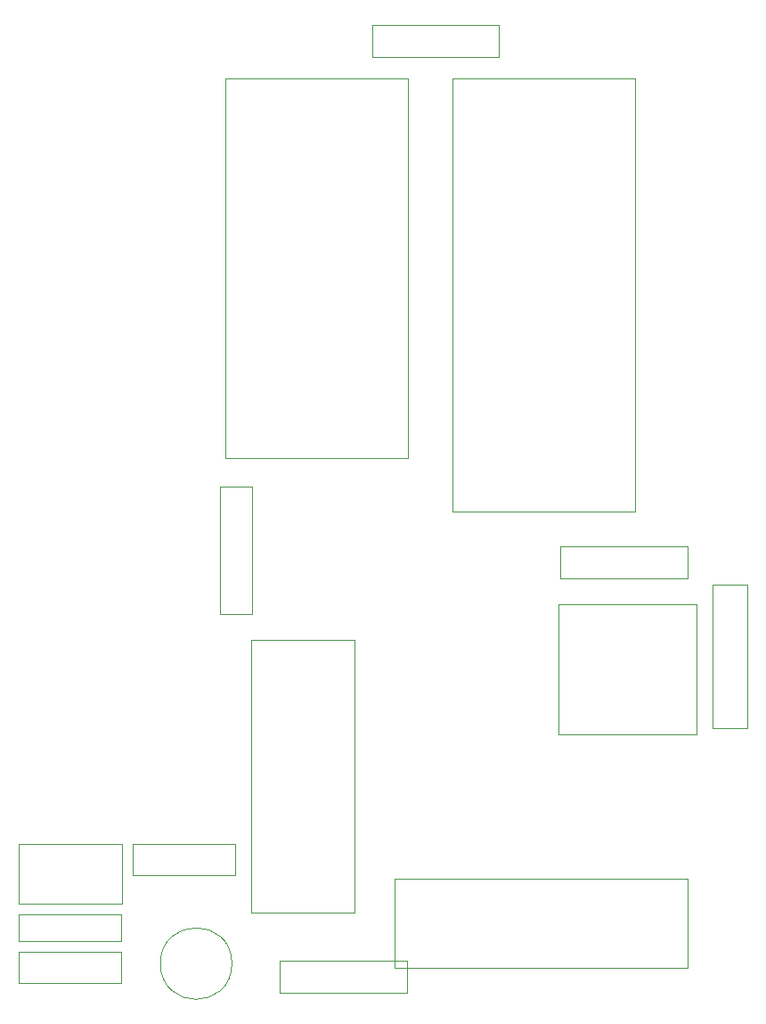
<source format=gbr>
%TF.GenerationSoftware,KiCad,Pcbnew,(5.1.10)-1*%
%TF.CreationDate,2022-01-02T16:59:21+01:00*%
%TF.ProjectId,BasicROM,42617369-6352-44f4-9d2e-6b696361645f,rev?*%
%TF.SameCoordinates,Original*%
%TF.FileFunction,Other,User*%
%FSLAX46Y46*%
G04 Gerber Fmt 4.6, Leading zero omitted, Abs format (unit mm)*
G04 Created by KiCad (PCBNEW (5.1.10)-1) date 2022-01-02 16:59:21*
%MOMM*%
%LPD*%
G01*
G04 APERTURE LIST*
%ADD10C,0.050000*%
G04 APERTURE END LIST*
D10*
%TO.C,C6*%
X136980000Y-135450000D02*
X136980000Y-143950000D01*
X136980000Y-143950000D02*
X164880000Y-143950000D01*
X164880000Y-143950000D02*
X164880000Y-135450000D01*
X164880000Y-135450000D02*
X136980000Y-135450000D01*
%TO.C,U2*%
X120870000Y-59410000D02*
X120870000Y-95510000D01*
X120870000Y-95510000D02*
X138220000Y-95510000D01*
X138220000Y-95510000D02*
X138220000Y-59410000D01*
X138220000Y-59410000D02*
X120870000Y-59410000D01*
%TO.C,U4*%
X111044759Y-132140000D02*
X101244759Y-132140000D01*
X111044759Y-137790000D02*
X111044759Y-132140000D01*
X101244759Y-137790000D02*
X111044759Y-137790000D01*
X101244759Y-132140000D02*
X101244759Y-137790000D01*
%TO.C,R2*%
X110964759Y-142390000D02*
X101244759Y-142390000D01*
X110964759Y-145390000D02*
X110964759Y-142390000D01*
X101244759Y-145390000D02*
X110964759Y-145390000D01*
X101244759Y-142390000D02*
X101244759Y-145390000D01*
%TO.C,R1*%
X121814759Y-132140000D02*
X112094759Y-132140000D01*
X121814759Y-135140000D02*
X121814759Y-132140000D01*
X112094759Y-135140000D02*
X121814759Y-135140000D01*
X112094759Y-132140000D02*
X112094759Y-135140000D01*
%TO.C,D1*%
X110964759Y-138840000D02*
X101244759Y-138840000D01*
X110964759Y-141340000D02*
X110964759Y-138840000D01*
X101244759Y-141340000D02*
X110964759Y-141340000D01*
X101244759Y-138840000D02*
X101244759Y-141340000D01*
%TO.C,C5*%
X121530000Y-143510000D02*
G75*
G03*
X121530000Y-143510000I-3400000J0D01*
G01*
%TO.C,U3*%
X142460000Y-59410000D02*
X142460000Y-100610000D01*
X142460000Y-100610000D02*
X159810000Y-100610000D01*
X159810000Y-100610000D02*
X159810000Y-59410000D01*
X159810000Y-59410000D02*
X142460000Y-59410000D01*
%TO.C,U1*%
X123360000Y-112750000D02*
X123360000Y-138700000D01*
X123360000Y-138700000D02*
X133160000Y-138700000D01*
X133160000Y-138700000D02*
X133160000Y-112750000D01*
X133160000Y-112750000D02*
X123360000Y-112750000D01*
%TO.C,SW1*%
X152560000Y-109360000D02*
X152560000Y-121760000D01*
X152560000Y-121760000D02*
X165710000Y-121760000D01*
X165710000Y-121760000D02*
X165710000Y-109360000D01*
X165710000Y-109360000D02*
X152560000Y-109360000D01*
%TO.C,RN1*%
X170560000Y-107520000D02*
X167260000Y-107520000D01*
X167260000Y-107520000D02*
X167260000Y-121120000D01*
X167260000Y-121120000D02*
X170560000Y-121120000D01*
X170560000Y-121120000D02*
X170560000Y-107520000D01*
%TO.C,C4*%
X164880000Y-106960000D02*
X164880000Y-103860000D01*
X164880000Y-103860000D02*
X152780000Y-103860000D01*
X152780000Y-103860000D02*
X152780000Y-106960000D01*
X152780000Y-106960000D02*
X164880000Y-106960000D01*
%TO.C,C3*%
X138210000Y-146330000D02*
X138210000Y-143230000D01*
X138210000Y-143230000D02*
X126110000Y-143230000D01*
X126110000Y-143230000D02*
X126110000Y-146330000D01*
X126110000Y-146330000D02*
X138210000Y-146330000D01*
%TO.C,C2*%
X134840000Y-54330000D02*
X134840000Y-57430000D01*
X134840000Y-57430000D02*
X146940000Y-57430000D01*
X146940000Y-57430000D02*
X146940000Y-54330000D01*
X146940000Y-54330000D02*
X134840000Y-54330000D01*
%TO.C,C1*%
X120370000Y-110270000D02*
X123470000Y-110270000D01*
X123470000Y-110270000D02*
X123470000Y-98170000D01*
X123470000Y-98170000D02*
X120370000Y-98170000D01*
X120370000Y-98170000D02*
X120370000Y-110270000D01*
%TD*%
M02*

</source>
